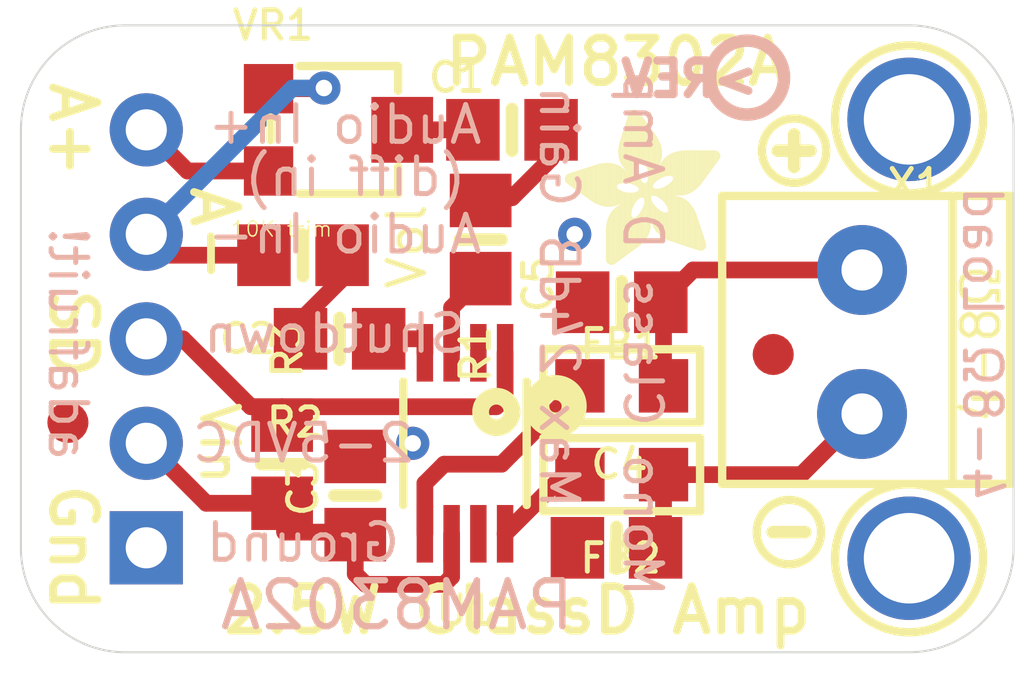
<source format=kicad_pcb>
(kicad_pcb (version 20211014) (generator pcbnew)
  (layers (0 "F.Cu" signal) (31 "B.Cu" signal) (34 "B.Paste" user) (35 "F.Paste" user) (36 "B.SilkS" user "B.Silkscreen") (37 "F.SilkS" user "F.Silkscreen") (38 "B.Mask" user) (39 "F.Mask" user) (44 "Edge.Cuts" user))
  (net 0 "")
  (net 1 "VCC")
  (net 2 "GND")
  (net 3 "SD")
  (net 4 "N$1")
  (net 5 "N$2")
  (net 6 "N$4")
  (net 7 "AIN+")
  (net 8 "N$5")
  (net 9 "N$6")
  (net 10 "VO-")
  (net 11 "VO+")
  (net 12 "N$3")
  (net 13 "N$7")
  (net 14 "AIN-")
  (footprint "boardEagle:TERMBLOCK_1X2-3.5MM" (layer "F.Cu") (at 156.8831 105.1306 90)
    (fp_text reference "X1" (at 3.89 0.556) (layer "F.SilkS") (effects (font (size 0.692831 0.692831) (thickness 0.119969)) (justify left)))
    (fp_text value "")
    (pad "1" thru_hole circle (at 1.8 0 90) (size 2.1844 2.1844) (drill 1) (layers *.Cu *.Mask) (net 11 "VO+"))
    (pad "2" thru_hole circle (at -1.7 0 90) (size 2.1844 2.1844) (drill 1) (layers *.Cu *.Mask) (net 10 "VO-"))
  )
  (footprint "boardEagle:0805-NO" (layer "F.Cu") (at 150.9141 110.0836 180)
    (fp_text reference "C4" (at -0.8255 2.032) (layer "F.SilkS") (effects (font (size 0.692831 0.692831) (thickness 0.119969)) (justify right)))
    (fp_text value "220pF")
    (pad "1" smd rect (at -0.95 0 180) (size 1.3 1.5) (layers "F.Cu" "F.Paste" "F.Mask") (net 10 "VO-"))
    (pad "2" smd rect (at 0.95 0 180) (size 1.3 1.5) (layers "F.Cu" "F.Paste" "F.Mask") (net 2 "GND"))
  )
  (footprint "boardEagle:_0805" (layer "F.Cu") (at 151.0411 106.1466)
    (fp_text reference "FB1" (at -1.0795 -1.016) (layer "F.SilkS") (effects (font (size 0.692831 0.692831) (thickness 0.119969)) (justify left)))
    (fp_text value "Ferrite")
    (pad "1" smd rect (at -1.016 0) (size 1.2 1.3) (layers "F.Cu" "F.Paste" "F.Mask") (net 9 "N$6"))
    (pad "2" smd rect (at 1.016 0) (size 1.2 1.3) (layers "F.Cu" "F.Paste" "F.Mask") (net 11 "VO+"))
  )
  (footprint "boardEagle:FIDUCIAL_1MM" (layer "F.Cu") (at 154.7241 105.3846)
    (fp_text reference "FID1" hide)
    (fp_text value "FIDUCIAL\"\"" hide)
    (pad "1" smd roundrect (at 0 0) (size 1 1) (layers "F.Cu" "F.Mask") (roundrect_rratio 0.5))
  )
  (footprint "boardEagle:0805-NO" (layer "F.Cu") (at 143.2941 102.9716 180)
    (fp_text reference "C2" (at 2.0955 -2.032) (layer "F.SilkS") (effects (font (size 0.692831 0.692831) (thickness 0.119969)) (justify left)))
    (fp_text value "1uF")
    (pad "1" smd rect (at -0.95 0 180) (size 1.3 1.5) (layers "F.Cu" "F.Paste" "F.Mask") (net 6 "N$4"))
    (pad "2" smd rect (at 0.95 0 180) (size 1.3 1.5) (layers "F.Cu" "F.Paste" "F.Mask") (net 14 "AIN-"))
  )
  (footprint "boardEagle:0805-NO" (layer "F.Cu") (at 144.1831 105.0036)
    (fp_text reference "R2" (at -1.8415 2.032) (layer "F.SilkS") (effects (font (size 0.692831 0.692831) (thickness 0.119969)) (justify left)))
    (fp_text value "100")
    (pad "1" smd rect (at -0.95 0) (size 1.3 1.5) (layers "F.Cu" "F.Paste" "F.Mask") (net 6 "N$4"))
    (pad "2" smd rect (at 0.95 0) (size 1.3 1.5) (layers "F.Cu" "F.Paste" "F.Mask") (net 4 "N$1"))
  )
  (footprint "boardEagle:TRIMPOT_BOURNS_3303W" (layer "F.Cu") (at 144.0561 99.9236 -90)
    (fp_text reference "VR1" (at -2.54 2.54) (layer "F.SilkS") (effects (font (size 0.692831 0.692831) (thickness 0.119969)) (justify left)))
    (fp_text value "10K trim" (at 2.413 2.54) (layer "F.SilkS") (effects (font (size 0.369824 0.369824) (thickness 0.036576)) (justify left)))
    (pad "1" smd rect (at -1 1.6) (size 1.2 1.2) (layers "F.Cu" "F.Paste" "F.Mask") (net 14 "AIN-"))
    (pad "2" smd rect (at 0 -1.65 270) (size 1.6 1.5) (layers "F.Cu" "F.Paste" "F.Mask") (net 13 "N$7"))
    (pad "3" smd rect (at 1 1.6) (size 1.2 1.2) (layers "F.Cu" "F.Paste" "F.Mask") (net 7 "AIN+"))
  )
  (footprint "boardEagle:1X05_ROUND_70" (layer "F.Cu") (at 139.4841 105.0036 90)
    (fp_text reference "JP1" hide)
    (fp_text value "")
    (pad "1" thru_hole rect (at -5.08 0 180) (size 1.778 1.778) (drill 1) (layers *.Cu *.Mask) (net 2 "GND"))
    (pad "2" thru_hole circle (at -2.54 0 180) (size 1.778 1.778) (drill 1) (layers *.Cu *.Mask) (net 1 "VCC"))
    (pad "3" thru_hole circle (at 0 0 180) (size 1.778 1.778) (drill 1) (layers *.Cu *.Mask) (net 3 "SD"))
    (pad "4" thru_hole circle (at 2.54 0 180) (size 1.778 1.778) (drill 1) (layers *.Cu *.Mask) (net 14 "AIN-"))
    (pad "5" thru_hole circle (at 5.08 0 180) (size 1.778 1.778) (drill 1) (layers *.Cu *.Mask) (net 7 "AIN+"))
  )
  (footprint "boardEagle:0805-NO" (layer "F.Cu") (at 142.7861 108.0516 90)
    (fp_text reference "R3" (at 2.032 0.127 90) (layer "F.SilkS") (effects (font (size 0.692831 0.692831) (thickness 0.119969)) (justify left)))
    (fp_text value "10K")
    (pad "1" smd rect (at -0.95 0 90) (size 1.3 1.5) (layers "F.Cu" "F.Paste" "F.Mask") (net 1 "VCC"))
    (pad "2" smd rect (at 0.95 0 90) (size 1.3 1.5) (layers "F.Cu" "F.Paste" "F.Mask") (net 3 "SD"))
  )
  (footprint "boardEagle:_0805" (layer "F.Cu") (at 151.0411 108.3056)
    (fp_text reference "FB2" (at -1.0795 2.032) (layer "F.SilkS") (effects (font (size 0.692831 0.692831) (thickness 0.119969)) (justify left)))
    (fp_text value "Ferrite")
    (pad "1" smd rect (at -1.016 0) (size 1.2 1.3) (layers "F.Cu" "F.Paste" "F.Mask") (net 8 "N$5"))
    (pad "2" smd rect (at 1.016 0) (size 1.2 1.3) (layers "F.Cu" "F.Paste" "F.Mask") (net 10 "VO-"))
  )
  (footprint "boardEagle:SYMBOL_PLUS" (layer "F.Cu") (at 155.2321 100.4316 180)
    (fp_text reference "U$3" hide)
    (fp_text value "" hide)
  )
  (footprint "boardEagle:0805-NO" (layer "F.Cu") (at 144.5641 108.8136 90)
    (fp_text reference "C3" (at -0.5715 -1.27 90) (layer "F.SilkS") (effects (font (size 0.692831 0.692831) (thickness 0.119969)) (justify left)))
    (fp_text value "10uF")
    (pad "1" smd rect (at -0.95 0 90) (size 1.3 1.5) (layers "F.Cu" "F.Paste" "F.Mask") (net 1 "VCC"))
    (pad "2" smd rect (at 0.95 0 90) (size 1.3 1.5) (layers "F.Cu" "F.Paste" "F.Mask") (net 2 "GND"))
  )
  (footprint "boardEagle:SYMBOL_MINUS" (layer "F.Cu") (at 155.1051 109.7026)
    (fp_text reference "U$4" hide)
    (fp_text value "" hide)
  )
  (footprint "boardEagle:0805-NO" (layer "F.Cu") (at 151.0411 104.1146 180)
    (fp_text reference "C5" (at 2.032 -0.3175 90) (layer "F.SilkS") (effects (font (size 0.692831 0.692831) (thickness 0.119969)) (justify left)))
    (fp_text value "220pF")
    (pad "1" smd rect (at -0.95 0 180) (size 1.3 1.5) (layers "F.Cu" "F.Paste" "F.Mask") (net 11 "VO+"))
    (pad "2" smd rect (at 0.95 0 180) (size 1.3 1.5) (layers "F.Cu" "F.Paste" "F.Mask") (net 2 "GND"))
  )
  (footprint "boardEagle:MSOP8_0.65MM" (layer "F.Cu") (at 147.2311 107.5436 180)
    (fp_text reference "U1" (at 0.762 -4.064) (layer "F.SilkS") (effects (font (size 0.692831 0.692831) (thickness 0.119969)) (justify left)))
    (fp_text value "PAM8302AASCR")
    (pad "1" smd rect (at -0.975 2.2 270) (size 1.4 0.4) (layers "F.Cu" "F.Paste") (net 3 "SD"))
    (pad "2" smd rect (at -0.325 2.2 270) (size 1.4 0.4) (layers "F.Cu" "F.Paste"))
    (pad "3" smd rect (at 0.325 2.2 270) (size 1.4 0.4) (layers "F.Cu" "F.Paste") (net 5 "N$2"))
    (pad "4" smd rect (at 0.975 2.2 270) (size 1.4 0.4) (layers "F.Cu" "F.Paste") (net 4 "N$1"))
    (pad "5" smd rect (at 0.975 -2.2 270) (size 1.4 0.4) (layers "F.Cu" "F.Paste") (net 9 "N$6"))
    (pad "6" smd rect (at 0.325 -2.2 270) (size 1.4 0.4) (layers "F.Cu" "F.Paste") (net 1 "VCC"))
    (pad "7" smd rect (at -0.325 -2.2 270) (size 1.4 0.4) (layers "F.Cu" "F.Paste") (net 2 "GND"))
    (pad "8" smd rect (at -0.975 -2.2 270) (size 1.4 0.4) (layers "F.Cu" "F.Paste") (net 8 "N$5"))
  )
  (footprint "boardEagle:MOUNTINGHOLE_2.0_PLATED" (layer "F.Cu") (at 158.0261 110.3376)
    (fp_text reference "U$11" hide)
    (fp_text value "MOUNTINGHOLE2.0" hide)
    (pad "P$1" thru_hole circle (at 0 0) (size 3 3) (drill 2.2) (layers *.Cu *.Mask))
  )
  (footprint "boardEagle:0805-NO" (layer "F.Cu") (at 148.3741 99.9236 180)
    (fp_text reference "C1" (at 2.0955 1.27) (layer "F.SilkS") (effects (font (size 0.692831 0.692831) (thickness 0.119969)) (justify left)))
    (fp_text value "1uF")
    (pad "1" smd rect (at -0.95 0 180) (size 1.3 1.5) (layers "F.Cu" "F.Paste" "F.Mask") (net 12 "N$3"))
    (pad "2" smd rect (at 0.95 0 180) (size 1.3 1.5) (layers "F.Cu" "F.Paste" "F.Mask") (net 13 "N$7"))
  )
  (footprint "boardEagle:ADAFRUIT_3.5MM" (layer "F.Cu") (at 153.4541 103.2256 90)
    (fp_text reference "U$5" hide)
    (fp_text value "" hide)
  )
  (footprint "boardEagle:0805-NO" (layer "F.Cu") (at 147.6121 102.5906 -90)
    (fp_text reference "R1" (at 2.032 0.127 90) (layer "F.SilkS") (effects (font (size 0.692831 0.692831) (thickness 0.119969)) (justify right)))
    (fp_text value "100")
    (pad "1" smd rect (at -0.95 0 270) (size 1.3 1.5) (layers "F.Cu" "F.Paste" "F.Mask") (net 12 "N$3"))
    (pad "2" smd rect (at 0.95 0 270) (size 1.3 1.5) (layers "F.Cu" "F.Paste" "F.Mask") (net 5 "N$2"))
  )
  (footprint "boardEagle:MOUNTINGHOLE_2.0_PLATED" (layer "F.Cu") (at 158.0261 99.6696)
    (fp_text reference "U$10" hide)
    (fp_text value "MOUNTINGHOLE2.0" hide)
    (pad "P$1" thru_hole circle (at 0 0) (size 3 3) (drill 2.2) (layers *.Cu *.Mask))
  )
  (footprint "boardEagle:FIDUCIAL_1MM" (layer "F.Cu") (at 137.5791 107.0356)
    (fp_text reference "FID2" hide)
    (fp_text value "FIDUCIAL\"\"" hide)
    (pad "1" smd roundrect (at 0 0) (size 1 1) (layers "F.Cu" "F.Mask") (roundrect_rratio 0.5))
  )
  (footprint "boardEagle:PCBFEAT-REV-040" (layer "B.Cu") (at 154.0891 98.6536 180)
    (fp_text reference "U$6" hide)
    (fp_text value "" hide)
    (fp_text user ">REV" (at -0.3556 -0.508) (layer "B.SilkS") (effects (font (size 0.8128 0.8128) (thickness 0.2032)) (justify left bottom mirror)))
  )
  (gr_circle (center 147.9931 106.7816) (end 148.172703 106.7816) (layer "F.SilkS") (width 0.4064) (fill none))
  (gr_line (start 158.0261 112.6236) (end 138.9761 112.6236) (layer "Edge.Cuts") (width 0.05))
  (gr_arc (start 138.9761 112.6236) (mid 137.180049 111.879651) (end 136.4361 110.0836) (layer "Edge.Cuts") (width 0.05))
  (gr_line (start 160.5661 99.9236) (end 160.5661 110.0836) (layer "Edge.Cuts") (width 0.05))
  (gr_line (start 136.4361 110.0836) (end 136.4361 99.9236) (layer "Edge.Cuts") (width 0.05))
  (gr_arc (start 158.0261 97.3836) (mid 159.822151 98.127549) (end 160.5661 99.9236) (layer "Edge.Cuts") (width 0.05))
  (gr_line (start 138.9761 97.3836) (end 158.0261 97.3836) (layer "Edge.Cuts") (width 0.05))
  (gr_arc (start 136.4361 99.9236) (mid 137.180049 98.127549) (end 138.9761 97.3836) (layer "Edge.Cuts") (width 0.05))
  (gr_arc (start 160.5661 110.0836) (mid 159.822151 111.879651) (end 158.0261 112.6236) (layer "Edge.Cuts") (width 0.05))
  (gr_text "Ground" (at 143.2941 109.9566) (layer "B.SilkS") (effects (font (size 0.89408 0.89408) (thickness 0.12192)) (justify mirror)))
  (gr_text "Shutdown" (at 144.0561 104.8766) (layer "B.SilkS") (effects (font (size 0.89408 0.89408) (thickness 0.12192)) (justify mirror)))
  (gr_text "Audio In-" (at 144.3101 102.4636) (layer "B.SilkS") (effects (font (size 0.89408 0.89408) (thickness 0.12192)) (justify mirror)))
  (gr_text "Audio In+" (at 144.3101 99.7966) (layer "B.SilkS") (effects (font (size 0.89408 0.89408) (thickness 0.12192)) (justify mirror)))
  (gr_text "adafruit!" (at 137.5791 105.1306 -90) (layer "B.SilkS") (effects (font (size 0.89408 0.89408) (thickness 0.12192)) (justify mirror)))
  (gr_text "Max 24dB Gain" (at 149.5171 103.9876 -90) (layer "B.SilkS") (effects (font (size 0.89408 0.89408) (thickness 0.12192)) (justify mirror)))
  (gr_text "PAM8302A" (at 145.5801 111.4806) (layer "B.SilkS") (effects (font (size 1.1176 1.1176) (thickness 0.1524)) (justify mirror)))
  (gr_text "4-8Ω Load" (at 159.8041 105.1306 -90) (layer "B.SilkS") (effects (font (size 0.89408 0.89408) (thickness 0.12192)) (justify mirror)))
  (gr_text "2-5VDC" (at 143.2941 107.5436) (layer "B.SilkS") (effects (font (size 0.89408 0.89408) (thickness 0.12192)) (justify mirror)))
  (gr_text "Mono Class D Amp" (at 151.5491 104.8766 -90) (layer "B.SilkS") (effects (font (size 0.89408 0.89408) (thickness 0.12192)) (justify mirror)))
  (gr_text "(diff in)" (at 144.5641 101.0666) (layer "B.SilkS") (effects (font (size 0.89408 0.89408) (thickness 0.12192)) (justify mirror)))
  (gr_text "Gnd" (at 137.7061 110.0836 270) (layer "F.SilkS") (effects (font (size 1.0795 1.0795) (thickness 0.1905))))
  (gr_text "4-8Ω" (at 159.7787 105.1306 90) (layer "F.SilkS") (effects (font (size 0.89408 0.89408) (thickness 0.12192))))
  (gr_text "PAM8302A" (at 150.9141 98.2726) (layer "F.SilkS") (effects (font (size 1.0795 1.0795) (thickness 0.1905))))
  (gr_text "2.5W ClassD Amp" (at 148.5011 111.6076) (layer "F.SilkS") (effects (font (size 1.0795 1.0795) (thickness 0.1905))))
  (gr_text "A-" (at 141.1351 102.4636 270) (layer "F.SilkS") (effects (font (size 1.0795 1.0795) (thickness 0.1905))))
  (gr_text "Vin" (at 141.2621 107.5436 270) (layer "F.SilkS") (effects (font (size 0.8636 0.8636) (thickness 0.1524))))
  (gr_text "SD" (at 137.7061 104.8766 270) (layer "F.SilkS") (effects (font (size 1.0795 1.0795) (thickness 0.1905))))
  (gr_text "A+" (at 137.7061 99.9236 270) (layer "F.SilkS") (effects (font (size 1.0795 1.0795) (thickness 0.1905))))
  (gr_text "Vol" (at 146.3421 103.8606 90) (layer "F.SilkS") (effects (font (size 0.89408 0.89408) (thickness 0.12192)) (justify left bottom)))
  (segment (start 139.4841 107.5436) (end 140.9421 109.0016) (width 0.4064) (layer "F.Cu") (net 1))
  (segment (start 146.7231 110.9726) (end 144.8181 110.9726) (width 0.4064) (layer "F.Cu") (net 1))
  (segment (start 144.3761 109.7026) (end 144.5641 109.7636) (width 0.4064) (layer "F.Cu") (net 1))
  (segment (start 146.9061 110.7896) (end 146.7231 110.9726) (width 0.4064) (layer "F.Cu") (net 1))
  (segment (start 144.8181 110.9726) (end 144.5641 110.7186) (width 0.4064) (layer "F.Cu") (net 1))
  (segment (start 140.9421 109.0016) (end 142.7861 109.0016) (width 0.4064) (layer "F.Cu") (net 1))
  (segment (start 146.9061 109.7436) (end 146.9061 110.7896) (width 0.4064) (layer "F.Cu") (net 1))
  (segment (start 144.5641 110.7186) (end 144.5641 109.7636) (width 0.4064) (layer "F.Cu") (net 1))
  (segment (start 142.8471 109.7026) (end 142.7861 109.0016) (width 0.4064) (layer "F.Cu") (net 1))
  (segment (start 144.3761 109.7026) (end 142.8471 109.7026) (width 0.4064) (layer "F.Cu") (net 1))
  (via (at 145.9611 107.5436) (size 0.8064) (drill 0.4) (layers "F.Cu" "B.Cu") (net 2))
  (via (at 149.8981 102.4636) (size 0.8064) (drill 0.4) (layers "F.Cu" "B.Cu") (net 2))
  (segment (start 142.7861 106.6546) (end 142.0241 106.6546) (width 0.4064) (layer "F.Cu") (net 3))
  (segment (start 148.2061 105.3436) (end 148.2061 106.4416) (width 0.4064) (layer "F.Cu") (net 3))
  (segment (start 148.2061 106.4416) (end 147.9931 106.6546) (width 0.4064) (layer "F.Cu") (net 3))
  (segment (start 142.7861 107.1016) (end 142.7861 106.6546) (width 0.4064) (layer "F.Cu") (net 3))
  (segment (start 142.0241 106.6546) (end 140.3731 105.0036) (width 0.4064) (layer "F.Cu") (net 3))
  (segment (start 140.3731 105.0036) (end 139.4841 105.0036) (width 0.4064) (layer "F.Cu") (net 3))
  (segment (start 147.9931 106.6546) (end 142.7861 106.6546) (width 0.4064) (layer "F.Cu") (net 3))
  (segment (start 145.1331 105.0036) (end 146.2561 105.0036) (width 0.4064) (layer "F.Cu") (net 4))
  (segment (start 146.2561 105.0036) (end 146.2561 105.3436) (width 0.4064) (layer "F.Cu") (net 4))
  (segment (start 146.9061 104.2466) (end 147.6121 103.5406) (width 0.4064) (layer "F.Cu") (net 5))
  (segment (start 146.9061 105.3436) (end 146.9061 104.2466) (width 0.4064) (layer "F.Cu") (net 5))
  (segment (start 144.1831 103.0326) (end 144.2441 102.9716) (width 0.4064) (layer "F.Cu") (net 6))
  (segment (start 144.1831 103.6066) (end 144.1831 103.0326) (width 0.4064) (layer "F.Cu") (net 6))
  (segment (start 143.2331 104.5566) (end 144.1831 103.6066) (width 0.4064) (layer "F.Cu") (net 6))
  (segment (start 143.2331 105.0036) (end 143.2331 104.5566) (width 0.4064) (layer "F.Cu") (net 6))
  (segment (start 140.4841 100.9236) (end 142.4561 100.9236) (width 0.4064) (layer "F.Cu") (net 7))
  (segment (start 139.4841 99.9236) (end 140.4841 100.9236) (width 0.4064) (layer "F.Cu") (net 7))
  (segment (start 148.2061 109.7436) (end 149.6441 108.3056) (width 0.4064) (layer "F.Cu") (net 8))
  (segment (start 149.6441 108.3056) (end 150.0251 108.3056) (width 0.4064) (layer "F.Cu") (net 8))
  (segment (start 150.0251 106.1466) (end 149.5171 106.7816) (width 0.4064) (layer "F.Cu") (net 9))
  (segment (start 148.1201 108.0516) (end 150.0251 106.1466) (width 0.4064) (layer "F.Cu") (net 9))
  (segment (start 146.2561 108.5186) (end 146.7231 108.0516) (width 0.4064) (layer "F.Cu") (net 9))
  (segment (start 146.2561 109.7436) (end 146.2561 108.5186) (width 0.4064) (layer "F.Cu") (net 9))
  (segment (start 146.7231 108.0516) (end 148.1201 108.0516) (width 0.4064) (layer "F.Cu") (net 9))
  (segment (start 155.4081 108.3056) (end 156.8831 106.8306) (width 0.4064) (layer "F.Cu") (net 10))
  (segment (start 151.8641 110.0836) (end 152.0571 109.8906) (width 0.4064) (layer "F.Cu") (net 10))
  (segment (start 152.0571 109.8906) (end 152.0571 108.3056) (width 0.4064) (layer "F.Cu") (net 10))
  (segment (start 152.0571 108.3056) (end 155.4081 108.3056) (width 0.4064) (layer "F.Cu") (net 10))
  (segment (start 152.0571 106.1466) (end 152.0571 104.1806) (width 0.4064) (layer "F.Cu") (net 11))
  (segment (start 151.9911 104.1146) (end 152.7751 103.3306) (width 0.4064) (layer "F.Cu") (net 11))
  (segment (start 152.0571 104.1806) (end 151.9911 104.1146) (width 0.4064) (layer "F.Cu") (net 11))
  (segment (start 152.7751 103.3306) (end 156.8831 103.3306) (width 0.4064) (layer "F.Cu") (net 11))
  (segment (start 149.3241 99.9236) (end 149.3241 100.6246) (width 0.4064) (layer "F.Cu") (net 12))
  (segment (start 149.3241 100.6246) (end 148.3741 101.5746) (width 0.4064) (layer "F.Cu") (net 12))
  (segment (start 147.6781 101.5746) (end 147.6121 101.6406) (width 0.4064) (layer "F.Cu") (net 12))
  (segment (start 148.3741 101.5746) (end 147.6781 101.5746) (width 0.4064) (layer "F.Cu") (net 12))
  (segment (start 145.7061 99.9236) (end 147.4241 99.9236) (width 0.4064) (layer "F.Cu") (net 13))
  (segment (start 143.8021 98.9076) (end 143.9131 98.9236) (width 0.4064) (layer "F.Cu") (net 14))
  (segment (start 139.9921 102.9716) (end 142.3441 102.9716) (width 0.4064) (layer "F.Cu") (net 14))
  (segment (start 143.9131 98.9236) (end 142.4561 98.9236) (width 0.4064) (layer "F.Cu") (net 14))
  (segment (start 139.4841 102.4636) (end 139.9921 102.9716) (width 0.4064) (layer "F.Cu") (net 14))
  (via (at 143.8021 98.9076) (size 0.8064) (drill 0.4) (layers "F.Cu" "B.Cu") (net 14))
  (segment (start 139.4841 102.4636) (end 143.0401 98.9076) (width 0.4064) (layer "B.Cu") (net 14))
  (segment (start 143.0401 98.9076) (end 143.8021 98.9076) (width 0.4064) (layer "B.Cu") (net 14))
)
</source>
